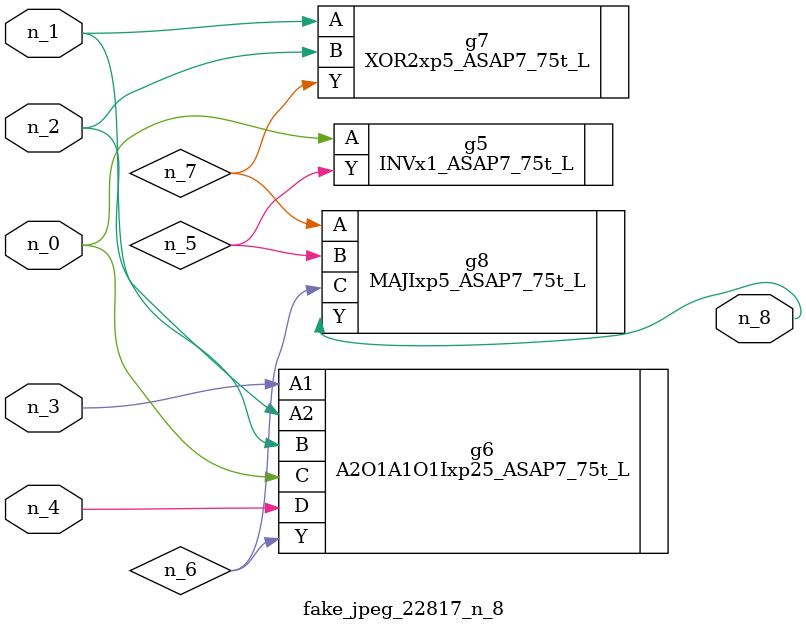
<source format=v>
module fake_jpeg_22817_n_8 (n_3, n_2, n_1, n_0, n_4, n_8);

input n_3;
input n_2;
input n_1;
input n_0;
input n_4;

output n_8;

wire n_6;
wire n_5;
wire n_7;

INVx1_ASAP7_75t_L g5 ( 
.A(n_0),
.Y(n_5)
);

A2O1A1O1Ixp25_ASAP7_75t_L g6 ( 
.A1(n_3),
.A2(n_2),
.B(n_1),
.C(n_0),
.D(n_4),
.Y(n_6)
);

XOR2xp5_ASAP7_75t_L g7 ( 
.A(n_1),
.B(n_2),
.Y(n_7)
);

MAJIxp5_ASAP7_75t_L g8 ( 
.A(n_7),
.B(n_5),
.C(n_6),
.Y(n_8)
);


endmodule
</source>
